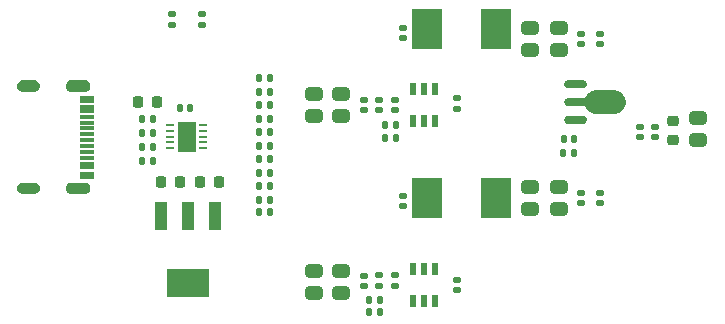
<source format=gbr>
%TF.GenerationSoftware,Altium Limited,Altium Designer,24.10.1 (45)*%
G04 Layer_Color=8421504*
%FSLAX45Y45*%
%MOMM*%
%TF.SameCoordinates,F50C4461-6059-43A5-BEE7-B7ABC5EDFC2B*%
%TF.FilePolarity,Positive*%
%TF.FileFunction,Paste,Top*%
%TF.Part,Single*%
G01*
G75*
%TA.AperFunction,SMDPad,CuDef*%
%ADD10R,2.50000X3.50000*%
G04:AMPARAMS|DCode=11|XSize=0.49mm|YSize=0.6mm|CornerRadius=0.049mm|HoleSize=0mm|Usage=FLASHONLY|Rotation=90.000|XOffset=0mm|YOffset=0mm|HoleType=Round|Shape=RoundedRectangle|*
%AMROUNDEDRECTD11*
21,1,0.49000,0.50200,0,0,90.0*
21,1,0.39200,0.60000,0,0,90.0*
1,1,0.09800,0.25100,0.19600*
1,1,0.09800,0.25100,-0.19600*
1,1,0.09800,-0.25100,-0.19600*
1,1,0.09800,-0.25100,0.19600*
%
%ADD11ROUNDEDRECTD11*%
G04:AMPARAMS|DCode=12|XSize=0.6mm|YSize=0.54mm|CornerRadius=0.1431mm|HoleSize=0mm|Usage=FLASHONLY|Rotation=0.000|XOffset=0mm|YOffset=0mm|HoleType=Round|Shape=RoundedRectangle|*
%AMROUNDEDRECTD12*
21,1,0.60000,0.25380,0,0,0.0*
21,1,0.31380,0.54000,0,0,0.0*
1,1,0.28620,0.15690,-0.12690*
1,1,0.28620,-0.15690,-0.12690*
1,1,0.28620,-0.15690,0.12690*
1,1,0.28620,0.15690,0.12690*
%
%ADD12ROUNDEDRECTD12*%
G04:AMPARAMS|DCode=13|XSize=0.9mm|YSize=0.96mm|CornerRadius=0.225mm|HoleSize=0mm|Usage=FLASHONLY|Rotation=180.000|XOffset=0mm|YOffset=0mm|HoleType=Round|Shape=RoundedRectangle|*
%AMROUNDEDRECTD13*
21,1,0.90000,0.51000,0,0,180.0*
21,1,0.45000,0.96000,0,0,180.0*
1,1,0.45000,-0.22500,0.25500*
1,1,0.45000,0.22500,0.25500*
1,1,0.45000,0.22500,-0.25500*
1,1,0.45000,-0.22500,-0.25500*
%
%ADD13ROUNDEDRECTD13*%
%ADD14R,3.59999X2.47000*%
%ADD15R,0.98001X2.47000*%
G04:AMPARAMS|DCode=16|XSize=0.49mm|YSize=0.6mm|CornerRadius=0.049mm|HoleSize=0mm|Usage=FLASHONLY|Rotation=180.000|XOffset=0mm|YOffset=0mm|HoleType=Round|Shape=RoundedRectangle|*
%AMROUNDEDRECTD16*
21,1,0.49000,0.50200,0,0,180.0*
21,1,0.39200,0.60000,0,0,180.0*
1,1,0.09800,-0.19600,0.25100*
1,1,0.09800,0.19600,0.25100*
1,1,0.09800,0.19600,-0.25100*
1,1,0.09800,-0.19600,-0.25100*
%
%ADD16ROUNDEDRECTD16*%
G04:AMPARAMS|DCode=20|XSize=1.15mm|YSize=1.45mm|CornerRadius=0.2875mm|HoleSize=0mm|Usage=FLASHONLY|Rotation=270.000|XOffset=0mm|YOffset=0mm|HoleType=Round|Shape=RoundedRectangle|*
%AMROUNDEDRECTD20*
21,1,1.15000,0.87500,0,0,270.0*
21,1,0.57500,1.45000,0,0,270.0*
1,1,0.57500,-0.43750,-0.28750*
1,1,0.57500,-0.43750,0.28750*
1,1,0.57500,0.43750,0.28750*
1,1,0.57500,0.43750,-0.28750*
%
%ADD20ROUNDEDRECTD20*%
G04:AMPARAMS|DCode=21|XSize=0.6mm|YSize=0.54mm|CornerRadius=0.1431mm|HoleSize=0mm|Usage=FLASHONLY|Rotation=270.000|XOffset=0mm|YOffset=0mm|HoleType=Round|Shape=RoundedRectangle|*
%AMROUNDEDRECTD21*
21,1,0.60000,0.25380,0,0,270.0*
21,1,0.31380,0.54000,0,0,270.0*
1,1,0.28620,-0.12690,-0.15690*
1,1,0.28620,-0.12690,0.15690*
1,1,0.28620,0.12690,0.15690*
1,1,0.28620,0.12690,-0.15690*
%
%ADD21ROUNDEDRECTD21*%
%ADD22R,0.60000X1.10000*%
G04:AMPARAMS|DCode=23|XSize=0.9mm|YSize=0.96mm|CornerRadius=0.225mm|HoleSize=0mm|Usage=FLASHONLY|Rotation=270.000|XOffset=0mm|YOffset=0mm|HoleType=Round|Shape=RoundedRectangle|*
%AMROUNDEDRECTD23*
21,1,0.90000,0.51000,0,0,270.0*
21,1,0.45000,0.96000,0,0,270.0*
1,1,0.45000,-0.25500,-0.22500*
1,1,0.45000,-0.25500,0.22500*
1,1,0.45000,0.25500,0.22500*
1,1,0.45000,0.25500,-0.22500*
%
%ADD23ROUNDEDRECTD23*%
%ADD24R,1.50000X2.50000*%
%ADD25R,0.66500X0.28001*%
%TA.AperFunction,ConnectorPad*%
%ADD26R,1.15001X0.60000*%
%ADD27R,1.15001X0.30000*%
G36*
X4837222Y2077405D02*
X4838967Y2077362D01*
X4840709Y2077232D01*
X4842439Y2077014D01*
X4844158Y2076712D01*
X4845861Y2076323D01*
X4847539Y2075851D01*
X4849193Y2075294D01*
X4850818Y2074657D01*
X4852408Y2073938D01*
X4853963Y2073143D01*
X4855472Y2072269D01*
X4856940Y2071324D01*
X4858355Y2070303D01*
X4859721Y2069216D01*
X4861029Y2068060D01*
X4862279Y2066844D01*
X4863465Y2065564D01*
X4864590Y2064228D01*
X4865642Y2062836D01*
X4866625Y2061393D01*
X4867537Y2059904D01*
X4868367Y2058373D01*
X4869127Y2056801D01*
X4869802Y2055190D01*
X4870399Y2053552D01*
X4870917Y2051883D01*
X4871347Y2050191D01*
X4871692Y2048482D01*
X4871951Y2046755D01*
X4872124Y2045020D01*
X4872213Y2043278D01*
Y2041530D01*
X4872124Y2039788D01*
X4871951Y2038053D01*
X4871692Y2036326D01*
X4871347Y2034616D01*
X4870917Y2032925D01*
X4870399Y2031256D01*
X4869802Y2029618D01*
X4869127Y2028007D01*
X4868367Y2026435D01*
X4867537Y2024903D01*
X4866625Y2023415D01*
X4865642Y2021972D01*
X4864590Y2020580D01*
X4863465Y2019244D01*
X4862279Y2017964D01*
X4861029Y2016747D01*
X4859721Y2015592D01*
X4858355Y2014504D01*
X4856940Y2013483D01*
X4855472Y2012539D01*
X4853963Y2011665D01*
X4852408Y2010870D01*
X4850818Y2010151D01*
X4849192Y2009513D01*
X4847539Y2008957D01*
X4845860Y2008485D01*
X4844158Y2008096D01*
X4842439Y2007794D01*
X4840709Y2007575D01*
X4838967Y2007446D01*
X4837221Y2007403D01*
X4717222D01*
X4715480Y2007446D01*
X4713737Y2007575D01*
X4712007Y2007794D01*
X4710288Y2008096D01*
X4708586Y2008485D01*
X4706904Y2008957D01*
X4705251Y2009513D01*
X4703625Y2010151D01*
X4702035Y2010870D01*
X4700483Y2011665D01*
X4698972Y2012539D01*
X4697504Y2013483D01*
X4696089Y2014504D01*
X4694723Y2015592D01*
X4693415Y2016747D01*
X4692165Y2017964D01*
X4690981Y2019244D01*
X4689856Y2020580D01*
X4688802Y2021972D01*
X4687819Y2023415D01*
X4686910Y2024903D01*
X4686076Y2026435D01*
X4685317Y2028007D01*
X4684641Y2029617D01*
X4684044Y2031256D01*
X4683529Y2032925D01*
X4683097Y2034616D01*
X4682752Y2036326D01*
X4682493Y2038053D01*
X4682320Y2039788D01*
X4682233Y2041530D01*
Y2043278D01*
X4682320Y2045020D01*
X4682493Y2046755D01*
X4682752Y2048482D01*
X4683097Y2050191D01*
X4683529Y2051883D01*
X4684044Y2053552D01*
X4684641Y2055190D01*
X4685317Y2056801D01*
X4686076Y2058373D01*
X4686910Y2059904D01*
X4687819Y2061393D01*
X4688802Y2062836D01*
X4689856Y2064228D01*
X4690981Y2065564D01*
X4692165Y2066844D01*
X4693415Y2068060D01*
X4694723Y2069216D01*
X4696089Y2070303D01*
X4697504Y2071324D01*
X4698972Y2072269D01*
X4700483Y2073143D01*
X4702035Y2073938D01*
X4703625Y2074657D01*
X4705251Y2075295D01*
X4706904Y2075851D01*
X4708586Y2076323D01*
X4710288Y2076712D01*
X4712007Y2077014D01*
X4713737Y2077232D01*
X4715480Y2077362D01*
X4717222Y2077405D01*
X4837222Y2077405D01*
D02*
G37*
G36*
X648880Y2068386D02*
X662945Y2054321D01*
X670557Y2035944D01*
Y2016053D01*
X662945Y1997676D01*
X648880Y1983610D01*
X630503Y1975999D01*
X620558D01*
X510555Y1975999D01*
X500610Y1975999D01*
X482232Y1983611D01*
X468167Y1997676D01*
X460555Y2016053D01*
Y2035944D01*
X468167Y2054321D01*
X482232Y2068387D01*
X500610Y2075998D01*
X630503D01*
X648880Y2068386D01*
D02*
G37*
G36*
X200514Y2075998D02*
X218891Y2068387D01*
X232956Y2054321D01*
X240568Y2035944D01*
Y2016053D01*
X232956Y1997676D01*
X218891Y1983611D01*
X200514Y1975999D01*
X190569Y1975999D01*
X100566Y1975999D01*
X90621D01*
X72243Y1983610D01*
X58178Y1997676D01*
X50566Y2016053D01*
Y2035944D01*
X58178Y2054321D01*
X72243Y2068387D01*
X90621Y2075998D01*
X100566D01*
X190569Y2075999D01*
X200514Y2075998D01*
D02*
G37*
G36*
X699338Y1883499D02*
X584337D01*
Y1943499D01*
X699338D01*
X699338Y1883499D01*
D02*
G37*
G36*
X699338Y1803500D02*
X584337D01*
X584337Y1863499D01*
X699338D01*
Y1803500D01*
D02*
G37*
G36*
X5107140Y1992175D02*
X5112113Y1991802D01*
X5117061Y1991182D01*
X5121971Y1990316D01*
X5126833Y1989209D01*
X5131633Y1987857D01*
X5136358Y1986270D01*
X5141003Y1984449D01*
X5145545Y1982396D01*
X5149982Y1980123D01*
X5154300Y1977629D01*
X5158489Y1974924D01*
X5162537Y1972013D01*
X5166436Y1968904D01*
X5170173Y1965604D01*
X5173744Y1962125D01*
X5177135Y1958470D01*
X5180343Y1954649D01*
X5183350Y1950674D01*
X5186162Y1946554D01*
X5188760Y1942300D01*
X5191143Y1937921D01*
X5193307Y1933428D01*
X5195242Y1928833D01*
X5196949Y1924149D01*
X5198420Y1919384D01*
X5199649Y1914553D01*
X5200637Y1909666D01*
X5201379Y1904733D01*
X5201877Y1899773D01*
X5202128Y1894794D01*
Y1889806D01*
X5201877Y1884827D01*
X5201379Y1879867D01*
X5200637Y1874934D01*
X5199649Y1870047D01*
X5198420Y1865216D01*
X5196949Y1860451D01*
X5195242Y1855767D01*
X5193307Y1851172D01*
X5191143Y1846679D01*
X5188760Y1842300D01*
X5186162Y1838046D01*
X5183350Y1833926D01*
X5180343Y1829951D01*
X5177135Y1826130D01*
X5173744Y1822475D01*
X5170173Y1818996D01*
X5166436Y1815696D01*
X5162537Y1812587D01*
X5158489Y1809676D01*
X5154300Y1806971D01*
X5149982Y1804477D01*
X5145545Y1802204D01*
X5141003Y1800151D01*
X5136358Y1798330D01*
X5131633Y1796743D01*
X5126833Y1795391D01*
X5121971Y1794284D01*
X5117061Y1793418D01*
X5112113Y1792798D01*
X5107140Y1792425D01*
X5102156Y1792300D01*
X4952159D01*
X4947176Y1792425D01*
X4942202Y1792798D01*
X4937255Y1793418D01*
X4932345Y1794284D01*
X4927483Y1795391D01*
X4922683Y1796742D01*
X4917958Y1798330D01*
X4913318Y1800151D01*
X4908771Y1802204D01*
X4904334Y1804477D01*
X4900015Y1806971D01*
X4895827Y1809676D01*
X4891778Y1812587D01*
X4887879Y1815696D01*
X4884143Y1818996D01*
X4880572Y1822475D01*
X4877181Y1826131D01*
X4873978Y1829951D01*
X4870966Y1833926D01*
X4868159Y1838046D01*
X4865561Y1842300D01*
X4863173Y1846679D01*
X4861009Y1851172D01*
X4859073Y1855767D01*
X4858515Y1857301D01*
X4716201D01*
X4713534Y1857405D01*
X4710882Y1857720D01*
X4708263Y1858241D01*
X4705693Y1858965D01*
X4703188Y1859890D01*
X4700765Y1861007D01*
X4698436Y1862313D01*
X4696216Y1863794D01*
X4694118Y1865447D01*
X4692160Y1867261D01*
X4690346Y1869219D01*
X4688693Y1871317D01*
X4687212Y1873537D01*
X4685906Y1875866D01*
X4684789Y1878289D01*
X4683864Y1880794D01*
X4683140Y1883364D01*
X4682620Y1885983D01*
X4682305Y1888635D01*
X4682200Y1891302D01*
X4682201Y1892300D01*
X4682200Y1892303D01*
X4682307Y1895048D01*
X4682632Y1897779D01*
X4683168Y1900474D01*
X4683912Y1903118D01*
X4684865Y1905696D01*
X4686016Y1908193D01*
X4687357Y1910591D01*
X4688886Y1912874D01*
X4690586Y1915033D01*
X4692452Y1917050D01*
X4694469Y1918916D01*
X4696628Y1920616D01*
X4698911Y1922145D01*
X4701309Y1923486D01*
X4703806Y1924637D01*
X4706384Y1925589D01*
X4709028Y1926333D01*
X4711723Y1926869D01*
X4714453Y1927195D01*
X4717199Y1927301D01*
X4858515D01*
X4859073Y1928833D01*
X4861009Y1933428D01*
X4863173Y1937921D01*
X4865561Y1942300D01*
X4868159Y1946554D01*
X4870966Y1950674D01*
X4873978Y1954649D01*
X4877181Y1958469D01*
X4880572Y1962125D01*
X4884143Y1965604D01*
X4887879Y1968904D01*
X4891778Y1972013D01*
X4895827Y1974924D01*
X4900015Y1977629D01*
X4904334Y1980123D01*
X4908771Y1982396D01*
X4913318Y1984449D01*
X4917958Y1986270D01*
X4922683Y1987858D01*
X4927483Y1989209D01*
X4932345Y1990316D01*
X4937255Y1991182D01*
X4942202Y1991802D01*
X4947176Y1992175D01*
X4952159Y1992300D01*
X5102156D01*
X5107140Y1992175D01*
D02*
G37*
G36*
X699338Y1783492D02*
Y1753492D01*
X584337D01*
X584337Y1783492D01*
X699338Y1783492D01*
D02*
G37*
G36*
X4838967Y1777136D02*
X4840709Y1777007D01*
X4842439Y1776788D01*
X4844158Y1776486D01*
X4845860Y1776098D01*
X4847539Y1775625D01*
X4849193Y1775069D01*
X4850818Y1774431D01*
X4852408Y1773712D01*
X4853963Y1772917D01*
X4855472Y1772044D01*
X4856940Y1771099D01*
X4858355Y1770078D01*
X4859721Y1768990D01*
X4861029Y1767835D01*
X4862279Y1766618D01*
X4863465Y1765338D01*
X4864590Y1764002D01*
X4865642Y1762610D01*
X4866625Y1761167D01*
X4867537Y1759679D01*
X4868367Y1758147D01*
X4869127Y1756575D01*
X4869802Y1754965D01*
X4870399Y1753326D01*
X4870917Y1751658D01*
X4871347Y1749966D01*
X4871692Y1748257D01*
X4871951Y1746529D01*
X4872124Y1744794D01*
X4872213Y1743052D01*
Y1741305D01*
X4872124Y1739562D01*
X4871951Y1737827D01*
X4871692Y1736100D01*
X4871347Y1734391D01*
X4870917Y1732699D01*
X4870399Y1731030D01*
X4869802Y1729392D01*
X4869127Y1727781D01*
X4868367Y1726209D01*
X4867537Y1724678D01*
X4866625Y1723189D01*
X4865642Y1721747D01*
X4864590Y1720355D01*
X4863465Y1719019D01*
X4862279Y1717739D01*
X4861029Y1716522D01*
X4859721Y1715366D01*
X4858355Y1714279D01*
X4856940Y1713258D01*
X4855472Y1712313D01*
X4853963Y1711439D01*
X4852408Y1710644D01*
X4850818Y1709925D01*
X4849192Y1709288D01*
X4847539Y1708731D01*
X4845860Y1708259D01*
X4844158Y1707871D01*
X4842439Y1707568D01*
X4840709Y1707350D01*
X4838967Y1707220D01*
X4837222Y1707177D01*
X4717222Y1707177D01*
X4715480Y1707220D01*
X4713737Y1707350D01*
X4712007Y1707568D01*
X4710288Y1707871D01*
X4708586Y1708259D01*
X4706904Y1708732D01*
X4705251Y1709288D01*
X4703625Y1709925D01*
X4702035Y1710644D01*
X4700483Y1711440D01*
X4698972Y1712313D01*
X4697504Y1713258D01*
X4696089Y1714279D01*
X4694722Y1715366D01*
X4693415Y1716522D01*
X4692165Y1717739D01*
X4690981Y1719019D01*
X4689856Y1720355D01*
X4688802Y1721747D01*
X4687819Y1723189D01*
X4686910Y1724678D01*
X4686076Y1726209D01*
X4685317Y1727782D01*
X4684641Y1729392D01*
X4684044Y1731030D01*
X4683529Y1732699D01*
X4683097Y1734391D01*
X4682752Y1736100D01*
X4682493Y1737827D01*
X4682320Y1739562D01*
X4682233Y1741305D01*
Y1743052D01*
X4682320Y1744795D01*
X4682493Y1746529D01*
X4682752Y1748257D01*
X4683097Y1749966D01*
X4683529Y1751658D01*
X4684045Y1753326D01*
X4684641Y1754965D01*
X4685317Y1756575D01*
X4686076Y1758147D01*
X4686910Y1759679D01*
X4687819Y1761167D01*
X4688802Y1762610D01*
X4689856Y1764002D01*
X4690981Y1765338D01*
X4692165Y1766618D01*
X4693415Y1767835D01*
X4694723Y1768991D01*
X4696089Y1770078D01*
X4697504Y1771099D01*
X4698972Y1772044D01*
X4700483Y1772917D01*
X4702035Y1773712D01*
X4703625Y1774431D01*
X4705251Y1775069D01*
X4706904Y1775625D01*
X4708586Y1776098D01*
X4710288Y1776486D01*
X4712007Y1776789D01*
X4713737Y1777007D01*
X4715480Y1777136D01*
X4717222Y1777180D01*
X4837222D01*
X4838967Y1777136D01*
D02*
G37*
G36*
X699338Y1733492D02*
Y1703492D01*
X584337D01*
X584337Y1733492D01*
X699338Y1733492D01*
D02*
G37*
G36*
Y1683489D02*
Y1653490D01*
X584337D01*
X584337Y1683490D01*
X699338Y1683489D01*
D02*
G37*
G36*
Y1603492D02*
X584337Y1603493D01*
Y1633492D01*
X699338D01*
X699338Y1603492D01*
D02*
G37*
G36*
Y1553492D02*
X584337Y1553493D01*
Y1583492D01*
X699338D01*
X699338Y1553492D01*
D02*
G37*
G36*
Y1503495D02*
X584337D01*
Y1533495D01*
X699338Y1533495D01*
Y1503495D01*
D02*
G37*
G36*
Y1453498D02*
X584337D01*
Y1483498D01*
X699338D01*
Y1453498D01*
D02*
G37*
G36*
X699338Y1403505D02*
X584337D01*
X584337Y1433505D01*
X699338D01*
X699338Y1403505D01*
D02*
G37*
G36*
X699338Y1323501D02*
X584337D01*
X584337Y1383500D01*
X699338D01*
Y1323501D01*
D02*
G37*
G36*
Y1243501D02*
X584337D01*
Y1303501D01*
X699338D01*
X699338Y1243501D01*
D02*
G37*
G36*
X648880Y1203390D02*
X662945Y1189324D01*
X670557Y1170947D01*
Y1151056D01*
X662945Y1132679D01*
X648880Y1118614D01*
X630503Y1111002D01*
X500610D01*
X482232Y1118614D01*
X468167Y1132679D01*
X460555Y1151056D01*
Y1170947D01*
X468167Y1189324D01*
X482232Y1203390D01*
X500610Y1211001D01*
X510555Y1211001D01*
X620558Y1211001D01*
X630503D01*
X648880Y1203390D01*
D02*
G37*
G36*
X218891D02*
X232956Y1189324D01*
X240568Y1170947D01*
Y1151056D01*
X232956Y1132679D01*
X218891Y1118614D01*
X200514Y1111002D01*
X190569Y1111001D01*
X100566Y1111002D01*
X90621D01*
X72243Y1118614D01*
X58178Y1132679D01*
X50566Y1151056D01*
Y1170947D01*
X58178Y1189324D01*
X72243Y1203390D01*
X90621Y1211001D01*
X100566D01*
X190569Y1211001D01*
X200514Y1211001D01*
X218891Y1203390D01*
D02*
G37*
D10*
X3517500Y2514600D02*
D03*
X4102500D02*
D03*
X3517500Y1079500D02*
D03*
X4102500D02*
D03*
D11*
X3251200Y1912843D02*
D03*
Y1821843D02*
D03*
X1612900Y2636300D02*
D03*
Y2545300D02*
D03*
X1358900Y2636300D02*
D03*
Y2545300D02*
D03*
X3771900Y388400D02*
D03*
Y297400D02*
D03*
X3251200Y335500D02*
D03*
Y426500D02*
D03*
X3771900Y1925100D02*
D03*
Y1834100D02*
D03*
D12*
X2984500Y1909900D02*
D03*
Y1823900D02*
D03*
X3111500Y1909900D02*
D03*
Y1823900D02*
D03*
X3314700Y1011100D02*
D03*
Y1097100D02*
D03*
X5321300Y1595300D02*
D03*
Y1681300D02*
D03*
X5448300Y1595300D02*
D03*
Y1681300D02*
D03*
X4826000Y2382700D02*
D03*
Y2468700D02*
D03*
X4981329Y2383017D02*
D03*
Y2469017D02*
D03*
Y1036500D02*
D03*
Y1122500D02*
D03*
X4826000Y1036500D02*
D03*
Y1122500D02*
D03*
X3111500Y338000D02*
D03*
Y424000D02*
D03*
X2984500Y337067D02*
D03*
Y423067D02*
D03*
X3314700Y2433500D02*
D03*
Y2519500D02*
D03*
D13*
X1757800Y1219200D02*
D03*
X1595000D02*
D03*
X1427600D02*
D03*
X1264800D02*
D03*
X1074300Y1892300D02*
D03*
X1237100D02*
D03*
D14*
X1498600Y364211D02*
D03*
D15*
X1268603Y931189D02*
D03*
X1498600Y931190D02*
D03*
X1728597Y931189D02*
D03*
D16*
X1109607Y1634066D02*
D03*
Y1752599D02*
D03*
X3027900Y114300D02*
D03*
X3118900D02*
D03*
X3027900Y215900D02*
D03*
X3118900D02*
D03*
X3258840Y1590276D02*
D03*
X3167840D02*
D03*
X3167600Y1701800D02*
D03*
X3258600D02*
D03*
X2191800Y1638300D02*
D03*
X2100800D02*
D03*
X2191800Y1752600D02*
D03*
X2100800D02*
D03*
X2191800Y1866900D02*
D03*
X2100800D02*
D03*
X2191800Y1981200D02*
D03*
X2100800Y1981200D02*
D03*
X2191800Y2095500D02*
D03*
X2100800D02*
D03*
X2191800Y965200D02*
D03*
X2100800D02*
D03*
X2191800Y1066800D02*
D03*
X2100800D02*
D03*
X2191800Y1181100D02*
D03*
X2100800D02*
D03*
X2191800Y1295400D02*
D03*
X2100800D02*
D03*
X2191800Y1409700D02*
D03*
X2100800D02*
D03*
X2191800Y1524000D02*
D03*
X2100800D02*
D03*
X1200607Y1515533D02*
D03*
X1109607D02*
D03*
X1200607Y1634066D02*
D03*
Y1752599D02*
D03*
Y1397000D02*
D03*
X1109607D02*
D03*
D20*
X5816600Y1573700D02*
D03*
Y1753700D02*
D03*
X4394200Y989183D02*
D03*
Y1169183D02*
D03*
X4635500Y989500D02*
D03*
Y1169500D02*
D03*
X2565400Y278300D02*
D03*
Y458300D02*
D03*
X2794000Y278300D02*
D03*
Y458300D02*
D03*
Y1776583D02*
D03*
Y1956583D02*
D03*
X4635501Y2515700D02*
D03*
Y2335700D02*
D03*
X4394200Y2515700D02*
D03*
X4394199Y2335700D02*
D03*
X2565400Y1956583D02*
D03*
Y1776583D02*
D03*
D21*
X4680738Y1581410D02*
D03*
X4766738D02*
D03*
X4674891Y1464618D02*
D03*
X4760891D02*
D03*
X1430200Y1841500D02*
D03*
X1516200D02*
D03*
D22*
X3397504Y207899D02*
D03*
X3492500D02*
D03*
X3587496D02*
D03*
Y477901D02*
D03*
X3492500D02*
D03*
X3397504D02*
D03*
Y1731899D02*
D03*
X3492500D02*
D03*
X3587496D02*
D03*
Y2001901D02*
D03*
X3492500D02*
D03*
X3397504D02*
D03*
D23*
X5600700Y1569600D02*
D03*
Y1732400D02*
D03*
D24*
X1485900Y1600200D02*
D03*
D25*
X1626641Y1700200D02*
D03*
X1626641Y1650187D02*
D03*
X1626641Y1600200D02*
D03*
Y1550187D02*
D03*
Y1500200D02*
D03*
X1345159D02*
D03*
Y1550187D02*
D03*
Y1600200D02*
D03*
X1345159Y1650187D02*
D03*
X1345159Y1700200D02*
D03*
D26*
X641840Y1273513D02*
D03*
Y1353500D02*
D03*
Y1833510D02*
D03*
Y1913489D02*
D03*
D27*
Y1418504D02*
D03*
Y1468509D02*
D03*
Y1518494D02*
D03*
Y1568504D02*
D03*
Y1618494D02*
D03*
Y1668504D02*
D03*
Y1718491D02*
D03*
Y1768506D02*
D03*
%TF.MD5,1904b32e8900e1d3833e72e1124f4bc0*%
M02*

</source>
